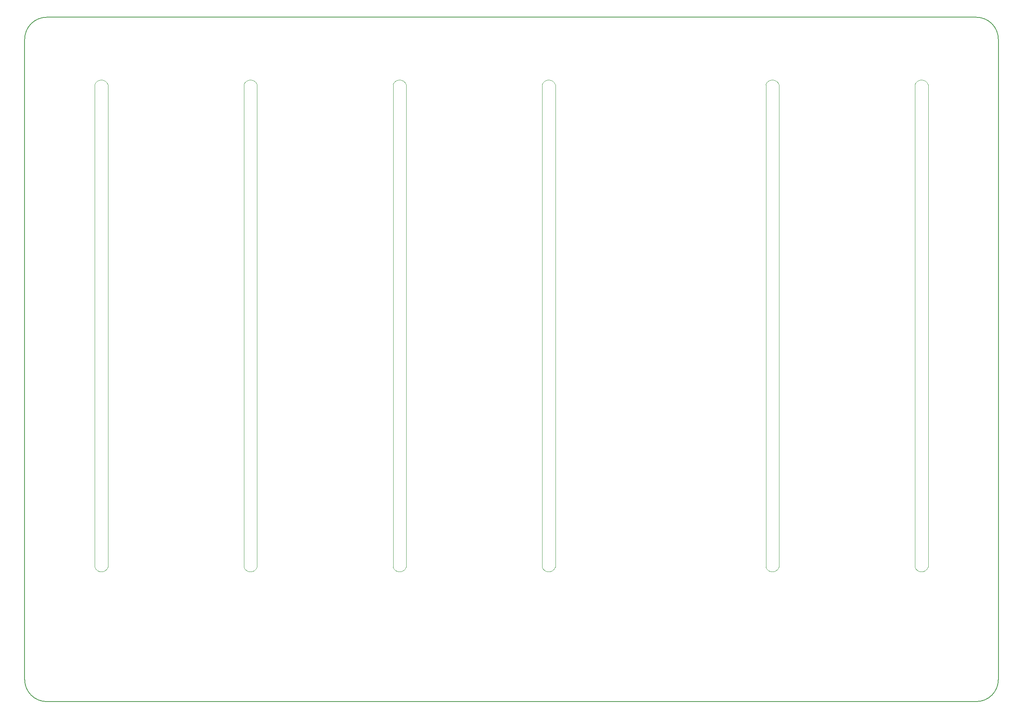
<source format=gbr>
%TF.GenerationSoftware,KiCad,Pcbnew,(5.1.6)-1*%
%TF.CreationDate,2020-07-07T10:02:33+02:00*%
%TF.ProjectId,Snackboard_pro_micro,536e6163-6b62-46f6-9172-645f70726f5f,rev?*%
%TF.SameCoordinates,Original*%
%TF.FileFunction,Profile,NP*%
%FSLAX46Y46*%
G04 Gerber Fmt 4.6, Leading zero omitted, Abs format (unit mm)*
G04 Created by KiCad (PCBNEW (5.1.6)-1) date 2020-07-07 10:02:33*
%MOMM*%
%LPD*%
G01*
G04 APERTURE LIST*
%TA.AperFunction,Profile*%
%ADD10C,0.050000*%
%TD*%
%TA.AperFunction,Profile*%
%ADD11C,0.150000*%
%TD*%
G04 APERTURE END LIST*
D10*
X79514998Y-155390000D02*
G75*
G02*
X76515001Y-155389999I-1499998J525000D01*
G01*
X113514998Y-155390000D02*
G75*
G02*
X110515001Y-155389999I-1499998J525000D01*
G01*
X147514998Y-155390000D02*
G75*
G02*
X144515001Y-155389999I-1499998J525000D01*
G01*
X181514998Y-155390000D02*
G75*
G02*
X178515001Y-155389999I-1499998J525000D01*
G01*
X232514998Y-155390000D02*
G75*
G02*
X229515001Y-155389999I-1499998J525000D01*
G01*
X76515002Y-45390000D02*
G75*
G02*
X79514999Y-45390001I1499998J-525000D01*
G01*
X110515002Y-45390000D02*
G75*
G02*
X113514999Y-45390001I1499998J-525000D01*
G01*
X144515002Y-45390000D02*
G75*
G02*
X147514999Y-45390001I1499998J-525000D01*
G01*
X178515002Y-45390000D02*
G75*
G02*
X181514999Y-45390001I1499998J-525000D01*
G01*
X229515002Y-45390000D02*
G75*
G02*
X232514999Y-45390001I1499998J-525000D01*
G01*
D11*
X60515000Y-35015000D02*
G75*
G02*
X65515000Y-30015000I5000000J0D01*
G01*
X65515000Y-186015000D02*
G75*
G02*
X60515000Y-181015000I0J5000000D01*
G01*
X282515000Y-181015000D02*
G75*
G02*
X277515000Y-186015000I-5000000J0D01*
G01*
X277515000Y-30015000D02*
G75*
G02*
X282515000Y-35015000I0J-5000000D01*
G01*
D10*
X263515002Y-45390000D02*
G75*
G02*
X266514999Y-45390001I1499998J-525000D01*
G01*
X266514998Y-155390000D02*
G75*
G02*
X263515001Y-155389999I-1499998J525000D01*
G01*
X263515000Y-45390000D02*
X263515000Y-155390000D01*
X266515000Y-45390000D02*
X266515000Y-155390000D01*
X229515000Y-45390000D02*
X229515000Y-155390000D01*
X232515000Y-45390000D02*
X232515000Y-155390000D01*
X178515000Y-45390000D02*
X178515000Y-155390000D01*
X181515000Y-45390000D02*
X181515000Y-155390000D01*
X144515000Y-45390000D02*
X144515000Y-155390000D01*
X147515000Y-45390000D02*
X147515000Y-155390000D01*
X113515000Y-45390000D02*
X113515000Y-155390000D01*
X110515000Y-45390000D02*
X110515000Y-155390000D01*
X79515000Y-45390000D02*
X79515000Y-155390000D01*
X76515000Y-45390000D02*
X76515000Y-155390000D01*
D11*
X277515000Y-186015000D02*
X65515000Y-186015000D01*
X65515000Y-30015000D02*
X277515000Y-30015000D01*
X60515000Y-35015000D02*
X60515000Y-181015000D01*
X282515000Y-35015000D02*
X282515000Y-181015000D01*
M02*

</source>
